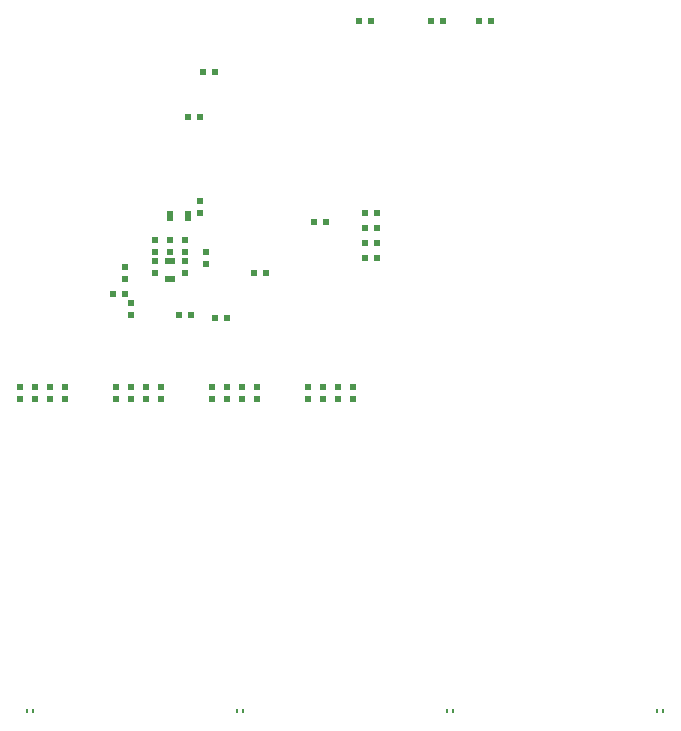
<source format=gbp>
G04 This is an RS-274x file exported by *
G04 gerbv version 2.4.0 *
G04 More information is available about gerbv at *
G04 http://gerbv.gpleda.org/ *
G04 --End of header info--*
%MOIN*%
%FSLAX23Y23*%
%IPPOS*%
G04 --Define apertures--*
%ADD10C,0.0010*%
%ADD11R,0.0106X0.0157*%
%ADD12R,0.0236X0.0197*%
%ADD13R,0.0197X0.0236*%
%ADD14R,0.0354X0.0236*%
%ADD15R,0.0236X0.0354*%
%ADD16R,0.0130X0.1000*%
G04 --Start main section--*
G54D11*
G01X02225Y-0150D03*
G01X02245Y-0150D03*
G01X03625Y-0150D03*
G01X03645Y-0150D03*
G01X04325Y-0150D03*
G01X04345Y-0150D03*
G01X02925Y-0150D03*
G01X02945Y-0150D03*
G54D12*
G01X02300Y00930D03*
G01X02300Y00890D03*
G01X02350Y00930D03*
G01X02350Y00890D03*
G01X02250Y00930D03*
G01X02250Y00890D03*
G01X02200Y00930D03*
G01X02200Y00890D03*
G01X02940Y00930D03*
G01X02940Y00890D03*
G01X02990Y00930D03*
G01X02990Y00890D03*
G01X02890Y00930D03*
G01X02890Y00890D03*
G01X02840Y00930D03*
G01X02840Y00890D03*
G01X03260Y00930D03*
G01X03260Y00890D03*
G01X03310Y00930D03*
G01X03310Y00890D03*
G01X03210Y00930D03*
G01X03210Y00890D03*
G01X03160Y00930D03*
G01X03160Y00890D03*
G01X02620Y00930D03*
G01X02620Y00890D03*
G01X02670Y00930D03*
G01X02670Y00890D03*
G01X02570Y00930D03*
G01X02570Y00890D03*
G01X02520Y00930D03*
G01X02520Y00890D03*
G54D13*
G01X03610Y02150D03*
G01X03570Y02150D03*
G01X03770Y02150D03*
G01X03730Y02150D03*
G01X03330Y02150D03*
G01X03370Y02150D03*
G01X02980Y01310D03*
G01X03020Y01310D03*
G54D12*
G01X02750Y01380D03*
G01X02750Y01420D03*
G01X02750Y01350D03*
G01X02750Y01310D03*
G01X02700Y01380D03*
G01X02700Y01420D03*
G01X02800Y01510D03*
G01X02800Y01550D03*
G01X02550Y01330D03*
G01X02550Y01290D03*
G01X02570Y01170D03*
G01X02570Y01210D03*
G54D13*
G01X02850Y01160D03*
G01X02890Y01160D03*
G01X02510Y01240D03*
G01X02550Y01240D03*
G01X02800Y01830D03*
G01X02760Y01830D03*
G01X02770Y01170D03*
G01X02730Y01170D03*
G54D12*
G01X02820Y01380D03*
G01X02820Y01340D03*
G54D13*
G01X03220Y01480D03*
G01X03180Y01480D03*
G01X02850Y01980D03*
G01X02810Y01980D03*
G54D12*
G01X02650Y01380D03*
G01X02650Y01420D03*
G01X02650Y01350D03*
G01X02650Y01310D03*
G54D13*
G01X03390Y01360D03*
G01X03350Y01360D03*
G01X03390Y01410D03*
G01X03350Y01410D03*
G01X03390Y01460D03*
G01X03350Y01460D03*
G01X03390Y01510D03*
G01X03350Y01510D03*
G54D14*
G01X02700Y01291D03*
G01X02700Y01350D03*
G54D15*
G01X02701Y01500D03*
G01X02760Y01500D03*
M02*

</source>
